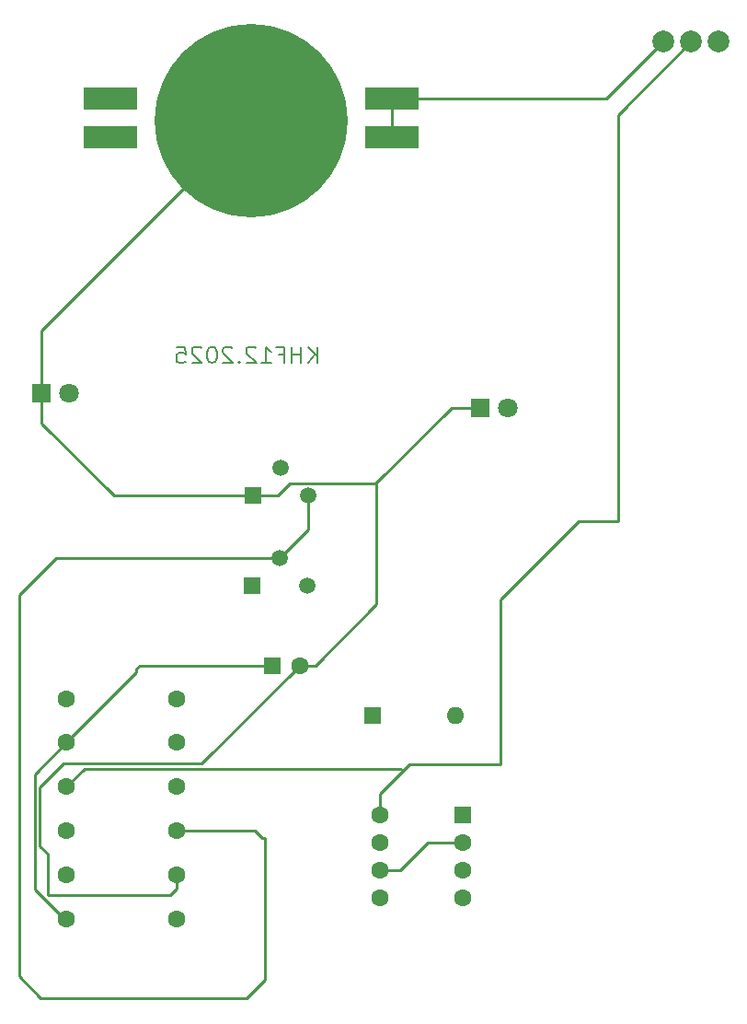
<source format=gbr>
%TF.GenerationSoftware,KiCad,Pcbnew,9.0.6*%
%TF.CreationDate,2026-01-10T10:01:33+01:00*%
%TF.ProjectId,Jumbo,4a756d62-6f2e-46b6-9963-61645f706362,rev?*%
%TF.SameCoordinates,Original*%
%TF.FileFunction,Copper,L2,Bot*%
%TF.FilePolarity,Positive*%
%FSLAX46Y46*%
G04 Gerber Fmt 4.6, Leading zero omitted, Abs format (unit mm)*
G04 Created by KiCad (PCBNEW 9.0.6) date 2026-01-10 10:01:33*
%MOMM*%
%LPD*%
G01*
G04 APERTURE LIST*
G04 Aperture macros list*
%AMRoundRect*
0 Rectangle with rounded corners*
0 $1 Rounding radius*
0 $2 $3 $4 $5 $6 $7 $8 $9 X,Y pos of 4 corners*
0 Add a 4 corners polygon primitive as box body*
4,1,4,$2,$3,$4,$5,$6,$7,$8,$9,$2,$3,0*
0 Add four circle primitives for the rounded corners*
1,1,$1+$1,$2,$3*
1,1,$1+$1,$4,$5*
1,1,$1+$1,$6,$7*
1,1,$1+$1,$8,$9*
0 Add four rect primitives between the rounded corners*
20,1,$1+$1,$2,$3,$4,$5,0*
20,1,$1+$1,$4,$5,$6,$7,0*
20,1,$1+$1,$6,$7,$8,$9,0*
20,1,$1+$1,$8,$9,$2,$3,0*%
G04 Aperture macros list end*
%ADD10C,0.200000*%
%TA.AperFunction,NonConductor*%
%ADD11C,0.200000*%
%TD*%
%TA.AperFunction,ComponentPad*%
%ADD12R,1.800000X1.800000*%
%TD*%
%TA.AperFunction,ComponentPad*%
%ADD13C,1.800000*%
%TD*%
%TA.AperFunction,ComponentPad*%
%ADD14R,1.500000X1.500000*%
%TD*%
%TA.AperFunction,ComponentPad*%
%ADD15C,1.500000*%
%TD*%
%TA.AperFunction,ComponentPad*%
%ADD16C,1.600000*%
%TD*%
%TA.AperFunction,ComponentPad*%
%ADD17R,1.600000X1.600000*%
%TD*%
%TA.AperFunction,ComponentPad*%
%ADD18O,1.600000X1.600000*%
%TD*%
%TA.AperFunction,ComponentPad*%
%ADD19C,2.000000*%
%TD*%
%TA.AperFunction,ComponentPad*%
%ADD20RoundRect,0.250000X0.550000X0.550000X-0.550000X0.550000X-0.550000X-0.550000X0.550000X-0.550000X0*%
%TD*%
%TA.AperFunction,SMDPad,CuDef*%
%ADD21R,5.000000X2.000000*%
%TD*%
%TA.AperFunction,SMDPad,CuDef*%
%ADD22C,17.780000*%
%TD*%
%TA.AperFunction,Conductor*%
%ADD23C,0.250000*%
%TD*%
G04 APERTURE END LIST*
D10*
D11*
X135161279Y-81106028D02*
X135161279Y-79606028D01*
X134304136Y-81106028D02*
X134946993Y-80248885D01*
X134304136Y-79606028D02*
X135161279Y-80463171D01*
X133661279Y-81106028D02*
X133661279Y-79606028D01*
X133661279Y-80320314D02*
X132804136Y-80320314D01*
X132804136Y-81106028D02*
X132804136Y-79606028D01*
X131589850Y-80320314D02*
X132089850Y-80320314D01*
X132089850Y-81106028D02*
X132089850Y-79606028D01*
X132089850Y-79606028D02*
X131375564Y-79606028D01*
X130018421Y-81106028D02*
X130875564Y-81106028D01*
X130446993Y-81106028D02*
X130446993Y-79606028D01*
X130446993Y-79606028D02*
X130589850Y-79820314D01*
X130589850Y-79820314D02*
X130732707Y-79963171D01*
X130732707Y-79963171D02*
X130875564Y-80034600D01*
X129446993Y-79748885D02*
X129375565Y-79677457D01*
X129375565Y-79677457D02*
X129232708Y-79606028D01*
X129232708Y-79606028D02*
X128875565Y-79606028D01*
X128875565Y-79606028D02*
X128732708Y-79677457D01*
X128732708Y-79677457D02*
X128661279Y-79748885D01*
X128661279Y-79748885D02*
X128589850Y-79891742D01*
X128589850Y-79891742D02*
X128589850Y-80034600D01*
X128589850Y-80034600D02*
X128661279Y-80248885D01*
X128661279Y-80248885D02*
X129518422Y-81106028D01*
X129518422Y-81106028D02*
X128589850Y-81106028D01*
X127946994Y-80963171D02*
X127875565Y-81034600D01*
X127875565Y-81034600D02*
X127946994Y-81106028D01*
X127946994Y-81106028D02*
X128018422Y-81034600D01*
X128018422Y-81034600D02*
X127946994Y-80963171D01*
X127946994Y-80963171D02*
X127946994Y-81106028D01*
X127304136Y-79748885D02*
X127232708Y-79677457D01*
X127232708Y-79677457D02*
X127089851Y-79606028D01*
X127089851Y-79606028D02*
X126732708Y-79606028D01*
X126732708Y-79606028D02*
X126589851Y-79677457D01*
X126589851Y-79677457D02*
X126518422Y-79748885D01*
X126518422Y-79748885D02*
X126446993Y-79891742D01*
X126446993Y-79891742D02*
X126446993Y-80034600D01*
X126446993Y-80034600D02*
X126518422Y-80248885D01*
X126518422Y-80248885D02*
X127375565Y-81106028D01*
X127375565Y-81106028D02*
X126446993Y-81106028D01*
X125518422Y-79606028D02*
X125375565Y-79606028D01*
X125375565Y-79606028D02*
X125232708Y-79677457D01*
X125232708Y-79677457D02*
X125161280Y-79748885D01*
X125161280Y-79748885D02*
X125089851Y-79891742D01*
X125089851Y-79891742D02*
X125018422Y-80177457D01*
X125018422Y-80177457D02*
X125018422Y-80534600D01*
X125018422Y-80534600D02*
X125089851Y-80820314D01*
X125089851Y-80820314D02*
X125161280Y-80963171D01*
X125161280Y-80963171D02*
X125232708Y-81034600D01*
X125232708Y-81034600D02*
X125375565Y-81106028D01*
X125375565Y-81106028D02*
X125518422Y-81106028D01*
X125518422Y-81106028D02*
X125661280Y-81034600D01*
X125661280Y-81034600D02*
X125732708Y-80963171D01*
X125732708Y-80963171D02*
X125804137Y-80820314D01*
X125804137Y-80820314D02*
X125875565Y-80534600D01*
X125875565Y-80534600D02*
X125875565Y-80177457D01*
X125875565Y-80177457D02*
X125804137Y-79891742D01*
X125804137Y-79891742D02*
X125732708Y-79748885D01*
X125732708Y-79748885D02*
X125661280Y-79677457D01*
X125661280Y-79677457D02*
X125518422Y-79606028D01*
X124446994Y-79748885D02*
X124375566Y-79677457D01*
X124375566Y-79677457D02*
X124232709Y-79606028D01*
X124232709Y-79606028D02*
X123875566Y-79606028D01*
X123875566Y-79606028D02*
X123732709Y-79677457D01*
X123732709Y-79677457D02*
X123661280Y-79748885D01*
X123661280Y-79748885D02*
X123589851Y-79891742D01*
X123589851Y-79891742D02*
X123589851Y-80034600D01*
X123589851Y-80034600D02*
X123661280Y-80248885D01*
X123661280Y-80248885D02*
X124518423Y-81106028D01*
X124518423Y-81106028D02*
X123589851Y-81106028D01*
X122232709Y-79606028D02*
X122946995Y-79606028D01*
X122946995Y-79606028D02*
X123018423Y-80320314D01*
X123018423Y-80320314D02*
X122946995Y-80248885D01*
X122946995Y-80248885D02*
X122804138Y-80177457D01*
X122804138Y-80177457D02*
X122446995Y-80177457D01*
X122446995Y-80177457D02*
X122304138Y-80248885D01*
X122304138Y-80248885D02*
X122232709Y-80320314D01*
X122232709Y-80320314D02*
X122161280Y-80463171D01*
X122161280Y-80463171D02*
X122161280Y-80820314D01*
X122161280Y-80820314D02*
X122232709Y-80963171D01*
X122232709Y-80963171D02*
X122304138Y-81034600D01*
X122304138Y-81034600D02*
X122446995Y-81106028D01*
X122446995Y-81106028D02*
X122804138Y-81106028D01*
X122804138Y-81106028D02*
X122946995Y-81034600D01*
X122946995Y-81034600D02*
X123018423Y-80963171D01*
D12*
%TO.P,D1,1,K*%
%TO.N,Net-(D1-K)*%
X150100000Y-85200000D03*
D13*
%TO.P,D1,2,A*%
%TO.N,Net-(D1-A)*%
X152640000Y-85200000D03*
%TD*%
D14*
%TO.P,T2,1,E*%
%TO.N,Net-(D1-A)*%
X129160000Y-101540000D03*
D15*
%TO.P,T2,2,B*%
%TO.N,Net-(Q1-C)*%
X131700000Y-99000000D03*
%TO.P,T2,3,C*%
%TO.N,Net-(Q2-C)*%
X134240000Y-101540000D03*
%TD*%
D14*
%TO.P,T1,1,E*%
%TO.N,Net-(D1-K)*%
X129200000Y-93300000D03*
D15*
%TO.P,T1,2,B*%
%TO.N,Net-(Q1-B)*%
X131740000Y-90760000D03*
%TO.P,T1,3,C*%
%TO.N,Net-(Q1-C)*%
X134280000Y-93300000D03*
%TD*%
D12*
%TO.P,D2,1,K*%
%TO.N,Net-(D1-K)*%
X109725000Y-83900000D03*
D13*
%TO.P,D2,2,A*%
%TO.N,Net-(D1-A)*%
X112265000Y-83900000D03*
%TD*%
D16*
%TO.P,R4,1*%
%TO.N,Net-(Q1-B)*%
X112040000Y-128150000D03*
%TO.P,R4,2*%
%TO.N,Net-(D1-K)*%
X122200000Y-128150000D03*
%TD*%
%TO.P,R6,1*%
%TO.N,Net-(S1-E)*%
X112040000Y-120050000D03*
%TO.P,R6,2*%
%TO.N,Net-(Q2-C)*%
X122200000Y-120050000D03*
%TD*%
%TO.P,R7,1*%
%TO.N,Net-(D3-K)*%
X112040000Y-116000000D03*
%TO.P,R7,2*%
%TO.N,Net-(D3-A)*%
X122200000Y-116000000D03*
%TD*%
%TO.P,R1off1,1*%
%TO.N,Net-(S1-E)*%
X112040000Y-111950000D03*
%TO.P,R1off1,2*%
%TO.N,Net-(D3-A)*%
X122200000Y-111950000D03*
%TD*%
%TO.P,R5,1*%
%TO.N,Net-(S1-E)*%
X112040000Y-124100000D03*
%TO.P,R5,2*%
%TO.N,Net-(Q1-C)*%
X122200000Y-124100000D03*
%TD*%
D17*
%TO.P,D3,1,K*%
%TO.N,Net-(D3-K)*%
X140200000Y-113500000D03*
D18*
%TO.P,D3,2,A*%
%TO.N,Net-(D3-A)*%
X147820000Y-113500000D03*
%TD*%
D16*
%TO.P,R3,1*%
%TO.N,Net-(D3-K)*%
X112040000Y-132200000D03*
%TO.P,R3,2*%
%TO.N,Net-(Q1-B)*%
X122200000Y-132200000D03*
%TD*%
D17*
%TO.P,C1,1*%
%TO.N,Net-(D3-K)*%
X131000000Y-108900000D03*
D16*
%TO.P,C1,2*%
%TO.N,Net-(D1-K)*%
X133500000Y-108900000D03*
%TD*%
D19*
%TO.P,S1,1,A*%
%TO.N,Net-(S1-A-Pad1)*%
X167020000Y-51500000D03*
%TO.P,S1,2,E*%
%TO.N,Net-(S1-E)*%
X169560000Y-51500000D03*
%TO.P,S1,3,A*%
%TO.N,unconnected-(S1-A-Pad3)*%
X172100000Y-51500000D03*
%TD*%
D20*
%TO.P,U1,1,GND*%
%TO.N,Net-(D1-K)*%
X148520000Y-122620000D03*
D16*
%TO.P,U1,2,TR*%
%TO.N,Net-(D3-K)*%
X148520000Y-125160000D03*
%TO.P,U1,3,Q*%
%TO.N,unconnected-(U1-Q-Pad3)*%
X148520000Y-127700000D03*
%TO.P,U1,4,R*%
%TO.N,Net-(S1-E)*%
X148520000Y-130240000D03*
%TO.P,U1,5,CV*%
%TO.N,unconnected-(U1-CV-Pad5)*%
X140900000Y-130240000D03*
%TO.P,U1,6,THR*%
%TO.N,Net-(D3-K)*%
X140900000Y-127700000D03*
%TO.P,U1,7,DIS*%
%TO.N,Net-(D3-A)*%
X140900000Y-125160000D03*
%TO.P,U1,8,VCC*%
%TO.N,Net-(S1-E)*%
X140900000Y-122620000D03*
%TD*%
D21*
%TO.P,U2,*%
%TO.N,*%
X116100000Y-56792000D03*
X116100000Y-60348000D03*
%TO.P,U2,1*%
%TO.N,Net-(S1-A-Pad1)*%
X141994000Y-56792000D03*
X141994000Y-60348000D03*
D22*
%TO.P,U2,2*%
%TO.N,Net-(D1-K)*%
X129054000Y-58824000D03*
%TD*%
D23*
%TO.N,Net-(D1-K)*%
X124451000Y-117949000D02*
X133500000Y-108900000D01*
X122200000Y-128150000D02*
X122200000Y-129400000D01*
X147500000Y-85200000D02*
X140600000Y-92100000D01*
X110300000Y-126200000D02*
X109600000Y-125500000D01*
X121600000Y-130000000D02*
X110300000Y-130000000D01*
X116400000Y-93300000D02*
X129200000Y-93300000D01*
X109600000Y-120100000D02*
X111751000Y-117949000D01*
X131500000Y-93300000D02*
X129200000Y-93300000D01*
X109725000Y-83900000D02*
X109725000Y-86625000D01*
X111751000Y-117949000D02*
X124451000Y-117949000D01*
X140500000Y-92200000D02*
X132600000Y-92200000D01*
X109725000Y-78153000D02*
X109725000Y-83900000D01*
X109725000Y-86625000D02*
X116400000Y-93300000D01*
X140600000Y-92100000D02*
X140500000Y-92200000D01*
X150100000Y-85200000D02*
X147500000Y-85200000D01*
X133500000Y-108900000D02*
X135000000Y-108900000D01*
X140600000Y-103300000D02*
X140600000Y-92100000D01*
X132600000Y-92200000D02*
X131500000Y-93300000D01*
X110300000Y-130000000D02*
X110300000Y-126200000D01*
X135000000Y-108900000D02*
X140600000Y-103300000D01*
X122200000Y-129400000D02*
X121600000Y-130000000D01*
X129054000Y-58824000D02*
X109725000Y-78153000D01*
X109600000Y-125500000D02*
X109600000Y-120100000D01*
%TO.N,Net-(D3-K)*%
X118800000Y-108900000D02*
X131000000Y-108900000D01*
X145340000Y-125160000D02*
X148520000Y-125160000D01*
X109149000Y-118891000D02*
X112040000Y-116000000D01*
X118500000Y-109200000D02*
X118800000Y-108900000D01*
X140900000Y-127700000D02*
X142800000Y-127700000D01*
X111862190Y-132200000D02*
X109149000Y-129486810D01*
X118500000Y-109540000D02*
X118500000Y-109200000D01*
X112040000Y-132200000D02*
X111862190Y-132200000D01*
X109149000Y-129486810D02*
X109149000Y-118891000D01*
X142800000Y-127700000D02*
X145340000Y-125160000D01*
X112040000Y-116000000D02*
X118500000Y-109540000D01*
%TO.N,Net-(Q1-C)*%
X130300000Y-137800000D02*
X130300000Y-124800000D01*
X107700000Y-137500000D02*
X109700000Y-139500000D01*
X131700000Y-99000000D02*
X111100000Y-99000000D01*
X129400000Y-124100000D02*
X122200000Y-124100000D01*
X111100000Y-99000000D02*
X107700000Y-102400000D01*
X128600000Y-139500000D02*
X130300000Y-137800000D01*
X107700000Y-102400000D02*
X107700000Y-137500000D01*
X134280000Y-93300000D02*
X134280000Y-96420000D01*
X130300000Y-124800000D02*
X130100000Y-124800000D01*
X134280000Y-96420000D02*
X131700000Y-99000000D01*
X109700000Y-139500000D02*
X128600000Y-139500000D01*
X130100000Y-124800000D02*
X129400000Y-124100000D01*
%TO.N,Net-(S1-E)*%
X143000000Y-118600000D02*
X143600000Y-118000000D01*
X140900000Y-122620000D02*
X140900000Y-120700000D01*
X152000000Y-102800000D02*
X159200000Y-95600000D01*
X112040000Y-120050000D02*
X113690000Y-118400000D01*
X142800000Y-118400000D02*
X143000000Y-118600000D01*
X140900000Y-120700000D02*
X143000000Y-118600000D01*
X162800000Y-58260000D02*
X169560000Y-51500000D01*
X143600000Y-118000000D02*
X152000000Y-118000000D01*
X152000000Y-118000000D02*
X152000000Y-102800000D01*
X159200000Y-95600000D02*
X162800000Y-95600000D01*
X113690000Y-118400000D02*
X142800000Y-118400000D01*
X162800000Y-95600000D02*
X162800000Y-58260000D01*
%TO.N,Net-(S1-A-Pad1)*%
X167020000Y-51500000D02*
X161728000Y-56792000D01*
X141994000Y-60348000D02*
X141994000Y-56792000D01*
X161728000Y-56792000D02*
X141994000Y-56792000D01*
%TD*%
M02*

</source>
